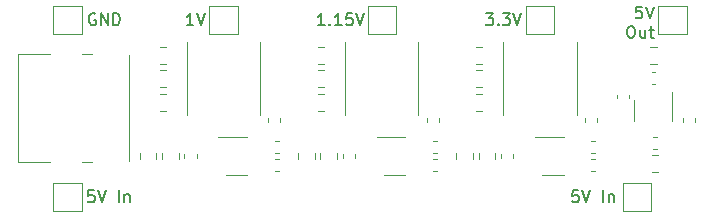
<source format=gbr>
G04 #@! TF.GenerationSoftware,KiCad,Pcbnew,(5.1.5)-3*
G04 #@! TF.CreationDate,2020-02-24T19:45:47-05:00*
G04 #@! TF.ProjectId,MiniiPS,4d696e69-6950-4532-9e6b-696361645f70,rev?*
G04 #@! TF.SameCoordinates,PX7641700PY5a995c0*
G04 #@! TF.FileFunction,Legend,Top*
G04 #@! TF.FilePolarity,Positive*
%FSLAX46Y46*%
G04 Gerber Fmt 4.6, Leading zero omitted, Abs format (unit mm)*
G04 Created by KiCad (PCBNEW (5.1.5)-3) date 2020-02-24 19:45:47*
%MOMM*%
%LPD*%
G04 APERTURE LIST*
%ADD10C,0.150000*%
%ADD11C,0.120000*%
G04 APERTURE END LIST*
D10*
X44738095Y-15952380D02*
X44261904Y-15952380D01*
X44214285Y-16428571D01*
X44261904Y-16380952D01*
X44357142Y-16333333D01*
X44595238Y-16333333D01*
X44690476Y-16380952D01*
X44738095Y-16428571D01*
X44785714Y-16523809D01*
X44785714Y-16761904D01*
X44738095Y-16857142D01*
X44690476Y-16904761D01*
X44595238Y-16952380D01*
X44357142Y-16952380D01*
X44261904Y-16904761D01*
X44214285Y-16857142D01*
X45071428Y-15952380D02*
X45404761Y-16952380D01*
X45738095Y-15952380D01*
X46833333Y-16952380D02*
X46833333Y-15952380D01*
X47309523Y-16285714D02*
X47309523Y-16952380D01*
X47309523Y-16380952D02*
X47357142Y-16333333D01*
X47452380Y-16285714D01*
X47595238Y-16285714D01*
X47690476Y-16333333D01*
X47738095Y-16428571D01*
X47738095Y-16952380D01*
X3738095Y-15952380D02*
X3261904Y-15952380D01*
X3214285Y-16428571D01*
X3261904Y-16380952D01*
X3357142Y-16333333D01*
X3595238Y-16333333D01*
X3690476Y-16380952D01*
X3738095Y-16428571D01*
X3785714Y-16523809D01*
X3785714Y-16761904D01*
X3738095Y-16857142D01*
X3690476Y-16904761D01*
X3595238Y-16952380D01*
X3357142Y-16952380D01*
X3261904Y-16904761D01*
X3214285Y-16857142D01*
X4071428Y-15952380D02*
X4404761Y-16952380D01*
X4738095Y-15952380D01*
X5833333Y-16952380D02*
X5833333Y-15952380D01*
X6309523Y-16285714D02*
X6309523Y-16952380D01*
X6309523Y-16380952D02*
X6357142Y-16333333D01*
X6452380Y-16285714D01*
X6595238Y-16285714D01*
X6690476Y-16333333D01*
X6738095Y-16428571D01*
X6738095Y-16952380D01*
X50107261Y-377380D02*
X49631071Y-377380D01*
X49583452Y-853571D01*
X49631071Y-805952D01*
X49726309Y-758333D01*
X49964404Y-758333D01*
X50059642Y-805952D01*
X50107261Y-853571D01*
X50154880Y-948809D01*
X50154880Y-1186904D01*
X50107261Y-1282142D01*
X50059642Y-1329761D01*
X49964404Y-1377380D01*
X49726309Y-1377380D01*
X49631071Y-1329761D01*
X49583452Y-1282142D01*
X50440595Y-377380D02*
X50773928Y-1377380D01*
X51107261Y-377380D01*
X49107261Y-2027380D02*
X49297738Y-2027380D01*
X49392976Y-2075000D01*
X49488214Y-2170238D01*
X49535833Y-2360714D01*
X49535833Y-2694047D01*
X49488214Y-2884523D01*
X49392976Y-2979761D01*
X49297738Y-3027380D01*
X49107261Y-3027380D01*
X49012023Y-2979761D01*
X48916785Y-2884523D01*
X48869166Y-2694047D01*
X48869166Y-2360714D01*
X48916785Y-2170238D01*
X49012023Y-2075000D01*
X49107261Y-2027380D01*
X50392976Y-2360714D02*
X50392976Y-3027380D01*
X49964404Y-2360714D02*
X49964404Y-2884523D01*
X50012023Y-2979761D01*
X50107261Y-3027380D01*
X50250119Y-3027380D01*
X50345357Y-2979761D01*
X50392976Y-2932142D01*
X50726309Y-2360714D02*
X51107261Y-2360714D01*
X50869166Y-2027380D02*
X50869166Y-2884523D01*
X50916785Y-2979761D01*
X51012023Y-3027380D01*
X51107261Y-3027380D01*
D11*
X16700000Y-11390000D02*
X14250000Y-11390000D01*
X14900000Y-14610000D02*
X16700000Y-14610000D01*
X30100000Y-11390000D02*
X27650000Y-11390000D01*
X28300000Y-14610000D02*
X30100000Y-14610000D01*
X41700000Y-14610000D02*
X43500000Y-14610000D01*
X43500000Y-11390000D02*
X41050000Y-11390000D01*
X13500000Y-2700000D02*
X13500000Y-300000D01*
X15900000Y-2700000D02*
X13500000Y-2700000D01*
X15900000Y-300000D02*
X15900000Y-2700000D01*
X13500000Y-300000D02*
X15900000Y-300000D01*
X300000Y-17700000D02*
X300000Y-15300000D01*
X2700000Y-17700000D02*
X300000Y-17700000D01*
X2700000Y-15300000D02*
X2700000Y-17700000D01*
X300000Y-15300000D02*
X2700000Y-15300000D01*
X3600000Y-4380000D02*
X2700000Y-4380000D01*
X3600000Y-13570000D02*
X2700000Y-13570000D01*
X0Y-4380000D02*
X-2730000Y-4380000D01*
X0Y-13570000D02*
X-2730000Y-13570000D01*
X6680000Y-4500000D02*
X6680000Y-13450000D01*
X-2730000Y-4380000D02*
X-2730000Y-13570000D01*
X47990000Y-7837221D02*
X47990000Y-8162779D01*
X49010000Y-7837221D02*
X49010000Y-8162779D01*
X53590000Y-10162779D02*
X53590000Y-9837221D01*
X54610000Y-10162779D02*
X54610000Y-9837221D01*
X51500000Y-2700000D02*
X51500000Y-300000D01*
X53900000Y-2700000D02*
X51500000Y-2700000D01*
X53900000Y-300000D02*
X53900000Y-2700000D01*
X51500000Y-300000D02*
X53900000Y-300000D01*
X300000Y-2700000D02*
X300000Y-300000D01*
X2700000Y-2700000D02*
X300000Y-2700000D01*
X2700000Y-300000D02*
X2700000Y-2700000D01*
X300000Y-300000D02*
X2700000Y-300000D01*
X48500000Y-17700000D02*
X48500000Y-15300000D01*
X50900000Y-17700000D02*
X48500000Y-17700000D01*
X50900000Y-15300000D02*
X50900000Y-17700000D01*
X48500000Y-15300000D02*
X50900000Y-15300000D01*
X26900000Y-2700000D02*
X26900000Y-300000D01*
X29300000Y-2700000D02*
X26900000Y-2700000D01*
X29300000Y-300000D02*
X29300000Y-2700000D01*
X26900000Y-300000D02*
X29300000Y-300000D01*
X40300000Y-2700000D02*
X40300000Y-300000D01*
X42700000Y-2700000D02*
X40300000Y-2700000D01*
X42700000Y-300000D02*
X42700000Y-2700000D01*
X40300000Y-300000D02*
X42700000Y-300000D01*
X32437221Y-14310000D02*
X32762779Y-14310000D01*
X32437221Y-13290000D02*
X32762779Y-13290000D01*
X23208578Y-5210000D02*
X22691422Y-5210000D01*
X23208578Y-3790000D02*
X22691422Y-3790000D01*
X36608578Y-5210000D02*
X36091422Y-5210000D01*
X36608578Y-3790000D02*
X36091422Y-3790000D01*
X39210000Y-12837221D02*
X39210000Y-13162779D01*
X38190000Y-12837221D02*
X38190000Y-13162779D01*
X36608578Y-9210000D02*
X36091422Y-9210000D01*
X36608578Y-7790000D02*
X36091422Y-7790000D01*
X46162779Y-11790000D02*
X45837221Y-11790000D01*
X46162779Y-12810000D02*
X45837221Y-12810000D01*
X36290000Y-13258578D02*
X36290000Y-12741422D01*
X37710000Y-13258578D02*
X37710000Y-12741422D01*
X38400000Y-9600000D02*
X38400000Y-3400000D01*
X44600000Y-3400000D02*
X44600000Y-9600000D01*
X34390000Y-13258578D02*
X34390000Y-12741422D01*
X35810000Y-13258578D02*
X35810000Y-12741422D01*
X36608578Y-7210000D02*
X36091422Y-7210000D01*
X36608578Y-5790000D02*
X36091422Y-5790000D01*
X46310000Y-9837221D02*
X46310000Y-10162779D01*
X45290000Y-9837221D02*
X45290000Y-10162779D01*
X25000000Y-9600000D02*
X25000000Y-3400000D01*
X31200000Y-3400000D02*
X31200000Y-9600000D01*
X45837221Y-13290000D02*
X46162779Y-13290000D01*
X45837221Y-14310000D02*
X46162779Y-14310000D01*
X49490000Y-8300000D02*
X49490000Y-10100000D01*
X52710000Y-10100000D02*
X52710000Y-7650000D01*
X32762779Y-11790000D02*
X32437221Y-11790000D01*
X32762779Y-12810000D02*
X32437221Y-12810000D01*
X51358578Y-5210000D02*
X50841422Y-5210000D01*
X51358578Y-3790000D02*
X50841422Y-3790000D01*
X50937221Y-5890000D02*
X51262779Y-5890000D01*
X50937221Y-6910000D02*
X51262779Y-6910000D01*
X51037221Y-11390000D02*
X51362779Y-11390000D01*
X51037221Y-12410000D02*
X51362779Y-12410000D01*
X51458578Y-14410000D02*
X50941422Y-14410000D01*
X51458578Y-12990000D02*
X50941422Y-12990000D01*
X23208578Y-5790000D02*
X22691422Y-5790000D01*
X23208578Y-7210000D02*
X22691422Y-7210000D01*
X23208578Y-7790000D02*
X22691422Y-7790000D01*
X23208578Y-9210000D02*
X22691422Y-9210000D01*
X31890000Y-9837221D02*
X31890000Y-10162779D01*
X32910000Y-9837221D02*
X32910000Y-10162779D01*
X24790000Y-12837221D02*
X24790000Y-13162779D01*
X25810000Y-12837221D02*
X25810000Y-13162779D01*
X24310000Y-13258578D02*
X24310000Y-12741422D01*
X22890000Y-13258578D02*
X22890000Y-12741422D01*
X22410000Y-13258578D02*
X22410000Y-12741422D01*
X20990000Y-13258578D02*
X20990000Y-12741422D01*
X11390000Y-12837221D02*
X11390000Y-13162779D01*
X12410000Y-12837221D02*
X12410000Y-13162779D01*
X17800000Y-3400000D02*
X17800000Y-9600000D01*
X11600000Y-9600000D02*
X11600000Y-3400000D01*
X19037221Y-14310000D02*
X19362779Y-14310000D01*
X19037221Y-13290000D02*
X19362779Y-13290000D01*
X19362779Y-12810000D02*
X19037221Y-12810000D01*
X19362779Y-11790000D02*
X19037221Y-11790000D01*
X9808578Y-3790000D02*
X9291422Y-3790000D01*
X9808578Y-5210000D02*
X9291422Y-5210000D01*
X9808578Y-5790000D02*
X9291422Y-5790000D01*
X9808578Y-7210000D02*
X9291422Y-7210000D01*
X9808578Y-7790000D02*
X9291422Y-7790000D01*
X9808578Y-9210000D02*
X9291422Y-9210000D01*
X18490000Y-9837221D02*
X18490000Y-10162779D01*
X19510000Y-9837221D02*
X19510000Y-10162779D01*
X10910000Y-13258578D02*
X10910000Y-12741422D01*
X9490000Y-13258578D02*
X9490000Y-12741422D01*
X9010000Y-13258578D02*
X9010000Y-12741422D01*
X7590000Y-13258578D02*
X7590000Y-12741422D01*
D10*
X12154880Y-1952380D02*
X11583452Y-1952380D01*
X11869166Y-1952380D02*
X11869166Y-952380D01*
X11773928Y-1095238D01*
X11678690Y-1190476D01*
X11583452Y-1238095D01*
X12440595Y-952380D02*
X12773928Y-1952380D01*
X13107261Y-952380D01*
X3838095Y-1000000D02*
X3742857Y-952380D01*
X3600000Y-952380D01*
X3457142Y-1000000D01*
X3361904Y-1095238D01*
X3314285Y-1190476D01*
X3266666Y-1380952D01*
X3266666Y-1523809D01*
X3314285Y-1714285D01*
X3361904Y-1809523D01*
X3457142Y-1904761D01*
X3600000Y-1952380D01*
X3695238Y-1952380D01*
X3838095Y-1904761D01*
X3885714Y-1857142D01*
X3885714Y-1523809D01*
X3695238Y-1523809D01*
X4314285Y-1952380D02*
X4314285Y-952380D01*
X4885714Y-1952380D01*
X4885714Y-952380D01*
X5361904Y-1952380D02*
X5361904Y-952380D01*
X5600000Y-952380D01*
X5742857Y-1000000D01*
X5838095Y-1095238D01*
X5885714Y-1190476D01*
X5933333Y-1380952D01*
X5933333Y-1523809D01*
X5885714Y-1714285D01*
X5838095Y-1809523D01*
X5742857Y-1904761D01*
X5600000Y-1952380D01*
X5361904Y-1952380D01*
X23273928Y-1952380D02*
X22702500Y-1952380D01*
X22988214Y-1952380D02*
X22988214Y-952380D01*
X22892976Y-1095238D01*
X22797738Y-1190476D01*
X22702500Y-1238095D01*
X23702500Y-1857142D02*
X23750119Y-1904761D01*
X23702500Y-1952380D01*
X23654880Y-1904761D01*
X23702500Y-1857142D01*
X23702500Y-1952380D01*
X24702500Y-1952380D02*
X24131071Y-1952380D01*
X24416785Y-1952380D02*
X24416785Y-952380D01*
X24321547Y-1095238D01*
X24226309Y-1190476D01*
X24131071Y-1238095D01*
X25607261Y-952380D02*
X25131071Y-952380D01*
X25083452Y-1428571D01*
X25131071Y-1380952D01*
X25226309Y-1333333D01*
X25464404Y-1333333D01*
X25559642Y-1380952D01*
X25607261Y-1428571D01*
X25654880Y-1523809D01*
X25654880Y-1761904D01*
X25607261Y-1857142D01*
X25559642Y-1904761D01*
X25464404Y-1952380D01*
X25226309Y-1952380D01*
X25131071Y-1904761D01*
X25083452Y-1857142D01*
X25940595Y-952380D02*
X26273928Y-1952380D01*
X26607261Y-952380D01*
X36907261Y-952380D02*
X37526309Y-952380D01*
X37192976Y-1333333D01*
X37335833Y-1333333D01*
X37431071Y-1380952D01*
X37478690Y-1428571D01*
X37526309Y-1523809D01*
X37526309Y-1761904D01*
X37478690Y-1857142D01*
X37431071Y-1904761D01*
X37335833Y-1952380D01*
X37050119Y-1952380D01*
X36954880Y-1904761D01*
X36907261Y-1857142D01*
X37954880Y-1857142D02*
X38002500Y-1904761D01*
X37954880Y-1952380D01*
X37907261Y-1904761D01*
X37954880Y-1857142D01*
X37954880Y-1952380D01*
X38335833Y-952380D02*
X38954880Y-952380D01*
X38621547Y-1333333D01*
X38764404Y-1333333D01*
X38859642Y-1380952D01*
X38907261Y-1428571D01*
X38954880Y-1523809D01*
X38954880Y-1761904D01*
X38907261Y-1857142D01*
X38859642Y-1904761D01*
X38764404Y-1952380D01*
X38478690Y-1952380D01*
X38383452Y-1904761D01*
X38335833Y-1857142D01*
X39240595Y-952380D02*
X39573928Y-1952380D01*
X39907261Y-952380D01*
M02*

</source>
